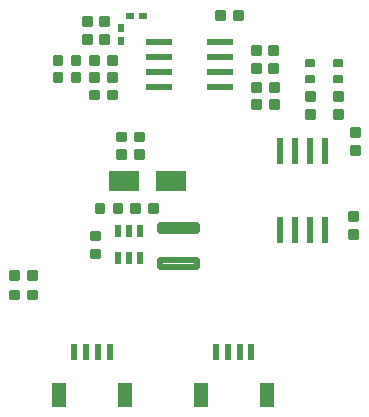
<source format=gbr>
G04 EAGLE Gerber RS-274X export*
G75*
%MOMM*%
%FSLAX34Y34*%
%LPD*%
%INSolderpaste Top*%
%IPPOS*%
%AMOC8*
5,1,8,0,0,1.08239X$1,22.5*%
G01*
%ADD10C,0.222250*%
%ADD11C,0.158750*%
%ADD12R,0.700000X0.500000*%
%ADD13R,2.500000X1.700000*%
%ADD14R,0.500000X0.700000*%
%ADD15R,0.600000X1.350000*%
%ADD16R,1.200000X2.000000*%
%ADD17C,0.550000*%
%ADD18R,0.609600X2.209800*%
%ADD19R,0.508000X1.016000*%
%ADD20R,2.200000X0.600000*%


D10*
X340328Y164052D02*
X340328Y170720D01*
X346996Y170720D01*
X346996Y164052D01*
X340328Y164052D01*
X340328Y166164D02*
X346996Y166164D01*
X346996Y168276D02*
X340328Y168276D01*
X340328Y170388D02*
X346996Y170388D01*
X340328Y155480D02*
X340328Y148812D01*
X340328Y155480D02*
X346996Y155480D01*
X346996Y148812D01*
X340328Y148812D01*
X340328Y150924D02*
X346996Y150924D01*
X346996Y153036D02*
X340328Y153036D01*
X340328Y155148D02*
X346996Y155148D01*
X249206Y340646D02*
X242538Y340646D01*
X249206Y340646D02*
X249206Y333978D01*
X242538Y333978D01*
X242538Y340646D01*
X242538Y336090D02*
X249206Y336090D01*
X249206Y338202D02*
X242538Y338202D01*
X242538Y340314D02*
X249206Y340314D01*
X233966Y340646D02*
X227298Y340646D01*
X233966Y340646D02*
X233966Y333978D01*
X227298Y333978D01*
X227298Y340646D01*
X227298Y336090D02*
X233966Y336090D01*
X233966Y338202D02*
X227298Y338202D01*
X227298Y340314D02*
X233966Y340314D01*
X129508Y336074D02*
X129508Y329406D01*
X129508Y336074D02*
X136176Y336074D01*
X136176Y329406D01*
X129508Y329406D01*
X129508Y331518D02*
X136176Y331518D01*
X136176Y333630D02*
X129508Y333630D01*
X129508Y335742D02*
X136176Y335742D01*
X129508Y320834D02*
X129508Y314166D01*
X129508Y320834D02*
X136176Y320834D01*
X136176Y314166D01*
X129508Y314166D01*
X129508Y316278D02*
X136176Y316278D01*
X136176Y318390D02*
X129508Y318390D01*
X129508Y320502D02*
X136176Y320502D01*
X158718Y238030D02*
X165386Y238030D01*
X165386Y231362D01*
X158718Y231362D01*
X158718Y238030D01*
X158718Y233474D02*
X165386Y233474D01*
X165386Y235586D02*
X158718Y235586D01*
X158718Y237698D02*
X165386Y237698D01*
X150146Y238030D02*
X143478Y238030D01*
X150146Y238030D02*
X150146Y231362D01*
X143478Y231362D01*
X143478Y238030D01*
X143478Y233474D02*
X150146Y233474D01*
X150146Y235586D02*
X143478Y235586D01*
X143478Y237698D02*
X150146Y237698D01*
X121888Y154210D02*
X121888Y147542D01*
X121888Y154210D02*
X128556Y154210D01*
X128556Y147542D01*
X121888Y147542D01*
X121888Y149654D02*
X128556Y149654D01*
X128556Y151766D02*
X121888Y151766D01*
X121888Y153878D02*
X128556Y153878D01*
X121888Y138970D02*
X121888Y132302D01*
X121888Y138970D02*
X128556Y138970D01*
X128556Y132302D01*
X121888Y132302D01*
X121888Y134414D02*
X128556Y134414D01*
X128556Y136526D02*
X121888Y136526D01*
X121888Y138638D02*
X128556Y138638D01*
X158718Y223298D02*
X165386Y223298D01*
X165386Y216630D01*
X158718Y216630D01*
X158718Y223298D01*
X158718Y218742D02*
X165386Y218742D01*
X165386Y220854D02*
X158718Y220854D01*
X158718Y222966D02*
X165386Y222966D01*
X150146Y223298D02*
X143478Y223298D01*
X150146Y223298D02*
X150146Y216630D01*
X143478Y216630D01*
X143478Y223298D01*
X143478Y218742D02*
X150146Y218742D01*
X150146Y220854D02*
X143478Y220854D01*
X143478Y222966D02*
X150146Y222966D01*
D11*
X333660Y280702D02*
X333660Y285464D01*
X333660Y280702D02*
X327248Y280702D01*
X327248Y285464D01*
X333660Y285464D01*
X333660Y282211D02*
X327248Y282211D01*
X327248Y283720D02*
X333660Y283720D01*
X333660Y285229D02*
X327248Y285229D01*
X333660Y294672D02*
X333660Y299434D01*
X333660Y294672D02*
X327248Y294672D01*
X327248Y299434D01*
X333660Y299434D01*
X333660Y296181D02*
X327248Y296181D01*
X327248Y297690D02*
X333660Y297690D01*
X333660Y299199D02*
X327248Y299199D01*
D12*
X154266Y336804D03*
X165266Y336804D03*
D13*
X149672Y196850D03*
X189672Y196850D03*
D14*
X146812Y315810D03*
X146812Y326810D03*
D15*
X107400Y52324D03*
X117400Y52324D03*
X127400Y52324D03*
X137400Y52324D03*
D16*
X150400Y15574D03*
X94400Y15574D03*
D15*
X227400Y52578D03*
X237400Y52578D03*
X247400Y52578D03*
X257400Y52578D03*
D16*
X270400Y15828D03*
X214400Y15828D03*
D17*
X211584Y124490D02*
X211584Y129990D01*
X211584Y124490D02*
X180084Y124490D01*
X180084Y129990D01*
X211584Y129990D01*
X211584Y129715D02*
X180084Y129715D01*
X211584Y154490D02*
X211584Y159990D01*
X211584Y154490D02*
X180084Y154490D01*
X180084Y159990D01*
X211584Y159990D01*
X211584Y159715D02*
X180084Y159715D01*
D10*
X142526Y288322D02*
X135858Y288322D01*
X142526Y288322D02*
X142526Y281654D01*
X135858Y281654D01*
X135858Y288322D01*
X135858Y283766D02*
X142526Y283766D01*
X142526Y285878D02*
X135858Y285878D01*
X135858Y287990D02*
X142526Y287990D01*
X127286Y288322D02*
X120618Y288322D01*
X127286Y288322D02*
X127286Y281654D01*
X120618Y281654D01*
X120618Y288322D01*
X120618Y283766D02*
X127286Y283766D01*
X127286Y285878D02*
X120618Y285878D01*
X120618Y287990D02*
X127286Y287990D01*
X96552Y281654D02*
X89884Y281654D01*
X89884Y288322D01*
X96552Y288322D01*
X96552Y281654D01*
X96552Y283766D02*
X89884Y283766D01*
X89884Y285878D02*
X96552Y285878D01*
X96552Y287990D02*
X89884Y287990D01*
X105124Y281654D02*
X111792Y281654D01*
X105124Y281654D02*
X105124Y288322D01*
X111792Y288322D01*
X111792Y281654D01*
X111792Y283766D02*
X105124Y283766D01*
X105124Y285878D02*
X111792Y285878D01*
X111792Y287990D02*
X105124Y287990D01*
X135858Y303054D02*
X142526Y303054D01*
X142526Y296386D01*
X135858Y296386D01*
X135858Y303054D01*
X135858Y298498D02*
X142526Y298498D01*
X142526Y300610D02*
X135858Y300610D01*
X135858Y302722D02*
X142526Y302722D01*
X127286Y303054D02*
X120618Y303054D01*
X127286Y303054D02*
X127286Y296386D01*
X120618Y296386D01*
X120618Y303054D01*
X120618Y298498D02*
X127286Y298498D01*
X127286Y300610D02*
X120618Y300610D01*
X120618Y302722D02*
X127286Y302722D01*
X121190Y314166D02*
X121190Y320834D01*
X121190Y314166D02*
X114522Y314166D01*
X114522Y320834D01*
X121190Y320834D01*
X121190Y316278D02*
X114522Y316278D01*
X114522Y318390D02*
X121190Y318390D01*
X121190Y320502D02*
X114522Y320502D01*
X121190Y329406D02*
X121190Y336074D01*
X121190Y329406D02*
X114522Y329406D01*
X114522Y336074D01*
X121190Y336074D01*
X121190Y331518D02*
X114522Y331518D01*
X114522Y333630D02*
X121190Y333630D01*
X121190Y335742D02*
X114522Y335742D01*
X120618Y266922D02*
X127286Y266922D01*
X120618Y266922D02*
X120618Y273590D01*
X127286Y273590D01*
X127286Y266922D01*
X127286Y269034D02*
X120618Y269034D01*
X120618Y271146D02*
X127286Y271146D01*
X127286Y273258D02*
X120618Y273258D01*
X135858Y266922D02*
X142526Y266922D01*
X135858Y266922D02*
X135858Y273590D01*
X142526Y273590D01*
X142526Y266922D01*
X142526Y269034D02*
X135858Y269034D01*
X135858Y271146D02*
X142526Y271146D01*
X142526Y273258D02*
X135858Y273258D01*
X273272Y265462D02*
X279940Y265462D01*
X279940Y258794D01*
X273272Y258794D01*
X273272Y265462D01*
X273272Y260906D02*
X279940Y260906D01*
X279940Y263018D02*
X273272Y263018D01*
X273272Y265130D02*
X279940Y265130D01*
X264700Y265462D02*
X258032Y265462D01*
X264700Y265462D02*
X264700Y258794D01*
X258032Y258794D01*
X258032Y265462D01*
X258032Y260906D02*
X264700Y260906D01*
X264700Y263018D02*
X258032Y263018D01*
X258032Y265130D02*
X264700Y265130D01*
X333788Y256826D02*
X333788Y250158D01*
X327120Y250158D01*
X327120Y256826D01*
X333788Y256826D01*
X333788Y252270D02*
X327120Y252270D01*
X327120Y254382D02*
X333788Y254382D01*
X333788Y256494D02*
X327120Y256494D01*
X333788Y265398D02*
X333788Y272066D01*
X333788Y265398D02*
X327120Y265398D01*
X327120Y272066D01*
X333788Y272066D01*
X333788Y267510D02*
X327120Y267510D01*
X327120Y269622D02*
X333788Y269622D01*
X333788Y271734D02*
X327120Y271734D01*
X257778Y304514D02*
X257778Y311182D01*
X264446Y311182D01*
X264446Y304514D01*
X257778Y304514D01*
X257778Y306626D02*
X264446Y306626D01*
X264446Y308738D02*
X257778Y308738D01*
X257778Y310850D02*
X264446Y310850D01*
X257778Y295942D02*
X257778Y289274D01*
X257778Y295942D02*
X264446Y295942D01*
X264446Y289274D01*
X257778Y289274D01*
X257778Y291386D02*
X264446Y291386D01*
X264446Y293498D02*
X257778Y293498D01*
X257778Y295610D02*
X264446Y295610D01*
X279178Y295942D02*
X279178Y289274D01*
X272510Y289274D01*
X272510Y295942D01*
X279178Y295942D01*
X279178Y291386D02*
X272510Y291386D01*
X272510Y293498D02*
X279178Y293498D01*
X279178Y295610D02*
X272510Y295610D01*
X279178Y304514D02*
X279178Y311182D01*
X279178Y304514D02*
X272510Y304514D01*
X272510Y311182D01*
X279178Y311182D01*
X279178Y306626D02*
X272510Y306626D01*
X272510Y308738D02*
X279178Y308738D01*
X279178Y310850D02*
X272510Y310850D01*
X147352Y177578D02*
X140684Y177578D01*
X147352Y177578D02*
X147352Y170910D01*
X140684Y170910D01*
X140684Y177578D01*
X140684Y173022D02*
X147352Y173022D01*
X147352Y175134D02*
X140684Y175134D01*
X140684Y177246D02*
X147352Y177246D01*
X132112Y177578D02*
X125444Y177578D01*
X132112Y177578D02*
X132112Y170910D01*
X125444Y170910D01*
X125444Y177578D01*
X125444Y173022D02*
X132112Y173022D01*
X132112Y175134D02*
X125444Y175134D01*
X125444Y177246D02*
X132112Y177246D01*
X74962Y120428D02*
X68294Y120428D01*
X74962Y120428D02*
X74962Y113760D01*
X68294Y113760D01*
X68294Y120428D01*
X68294Y115872D02*
X74962Y115872D01*
X74962Y117984D02*
X68294Y117984D01*
X68294Y120096D02*
X74962Y120096D01*
X59722Y120428D02*
X53054Y120428D01*
X59722Y120428D02*
X59722Y113760D01*
X53054Y113760D01*
X53054Y120428D01*
X53054Y115872D02*
X59722Y115872D01*
X59722Y117984D02*
X53054Y117984D01*
X53054Y120096D02*
X59722Y120096D01*
X68294Y104172D02*
X74962Y104172D01*
X74962Y97504D01*
X68294Y97504D01*
X68294Y104172D01*
X68294Y99616D02*
X74962Y99616D01*
X74962Y101728D02*
X68294Y101728D01*
X68294Y103840D02*
X74962Y103840D01*
X59722Y104172D02*
X53054Y104172D01*
X59722Y104172D02*
X59722Y97504D01*
X53054Y97504D01*
X53054Y104172D01*
X53054Y99616D02*
X59722Y99616D01*
X59722Y101728D02*
X53054Y101728D01*
X53054Y103840D02*
X59722Y103840D01*
X348266Y219678D02*
X348266Y226346D01*
X348266Y219678D02*
X341598Y219678D01*
X341598Y226346D01*
X348266Y226346D01*
X348266Y221790D02*
X341598Y221790D01*
X341598Y223902D02*
X348266Y223902D01*
X348266Y226014D02*
X341598Y226014D01*
X348266Y234918D02*
X348266Y241586D01*
X348266Y234918D02*
X341598Y234918D01*
X341598Y241586D01*
X348266Y241586D01*
X348266Y237030D02*
X341598Y237030D01*
X341598Y239142D02*
X348266Y239142D01*
X348266Y241254D02*
X341598Y241254D01*
X177324Y177578D02*
X170656Y177578D01*
X177324Y177578D02*
X177324Y170910D01*
X170656Y170910D01*
X170656Y177578D01*
X170656Y173022D02*
X177324Y173022D01*
X177324Y175134D02*
X170656Y175134D01*
X170656Y177246D02*
X177324Y177246D01*
X162084Y177578D02*
X155416Y177578D01*
X162084Y177578D02*
X162084Y170910D01*
X155416Y170910D01*
X155416Y177578D01*
X155416Y173022D02*
X162084Y173022D01*
X162084Y175134D02*
X155416Y175134D01*
X155416Y177246D02*
X162084Y177246D01*
D18*
X319786Y222758D03*
X307086Y222758D03*
X294386Y222758D03*
X281686Y222758D03*
X281686Y155448D03*
X294386Y155448D03*
X307086Y155448D03*
X319786Y155448D03*
D19*
X162814Y154686D03*
X153416Y154686D03*
X144018Y154686D03*
X144018Y131826D03*
X153416Y131826D03*
X162814Y131826D03*
D20*
X178724Y302260D03*
X230724Y302260D03*
X178724Y314960D03*
X178724Y289560D03*
X178724Y276860D03*
X230724Y314960D03*
X230724Y289560D03*
X230724Y276860D03*
D10*
X111792Y303054D02*
X105124Y303054D01*
X111792Y303054D02*
X111792Y296386D01*
X105124Y296386D01*
X105124Y303054D01*
X105124Y298498D02*
X111792Y298498D01*
X111792Y300610D02*
X105124Y300610D01*
X105124Y302722D02*
X111792Y302722D01*
X96552Y303054D02*
X89884Y303054D01*
X96552Y303054D02*
X96552Y296386D01*
X89884Y296386D01*
X89884Y303054D01*
X89884Y298498D02*
X96552Y298498D01*
X96552Y300610D02*
X89884Y300610D01*
X89884Y302722D02*
X96552Y302722D01*
X258032Y273526D02*
X264700Y273526D01*
X258032Y273526D02*
X258032Y280194D01*
X264700Y280194D01*
X264700Y273526D01*
X264700Y275638D02*
X258032Y275638D01*
X258032Y277750D02*
X264700Y277750D01*
X264700Y279862D02*
X258032Y279862D01*
X273272Y273526D02*
X279940Y273526D01*
X273272Y273526D02*
X273272Y280194D01*
X279940Y280194D01*
X279940Y273526D01*
X279940Y275638D02*
X273272Y275638D01*
X273272Y277750D02*
X279940Y277750D01*
X279940Y279862D02*
X273272Y279862D01*
D11*
X310292Y280702D02*
X310292Y285464D01*
X310292Y280702D02*
X303880Y280702D01*
X303880Y285464D01*
X310292Y285464D01*
X310292Y282211D02*
X303880Y282211D01*
X303880Y283720D02*
X310292Y283720D01*
X310292Y285229D02*
X303880Y285229D01*
X310292Y294672D02*
X310292Y299434D01*
X310292Y294672D02*
X303880Y294672D01*
X303880Y299434D01*
X310292Y299434D01*
X310292Y296181D02*
X303880Y296181D01*
X303880Y297690D02*
X310292Y297690D01*
X310292Y299199D02*
X303880Y299199D01*
D10*
X310420Y256826D02*
X310420Y250158D01*
X303752Y250158D01*
X303752Y256826D01*
X310420Y256826D01*
X310420Y252270D02*
X303752Y252270D01*
X303752Y254382D02*
X310420Y254382D01*
X310420Y256494D02*
X303752Y256494D01*
X310420Y265398D02*
X310420Y272066D01*
X310420Y265398D02*
X303752Y265398D01*
X303752Y272066D01*
X310420Y272066D01*
X310420Y267510D02*
X303752Y267510D01*
X303752Y269622D02*
X310420Y269622D01*
X310420Y271734D02*
X303752Y271734D01*
M02*

</source>
